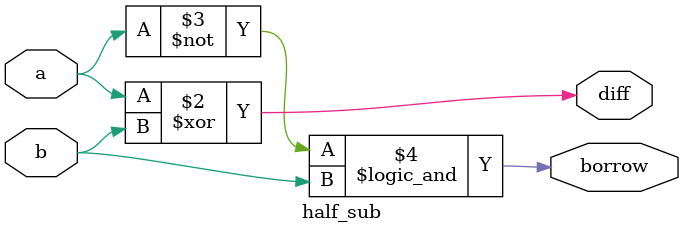
<source format=v>
`timescale 1ns / 1ps


module half_sub(
    input a,b,
    output reg diff,borrow
    );
   always @(*)
   begin 
   diff = a^b;
   borrow = ~a&&b;
   end
endmodule

</source>
